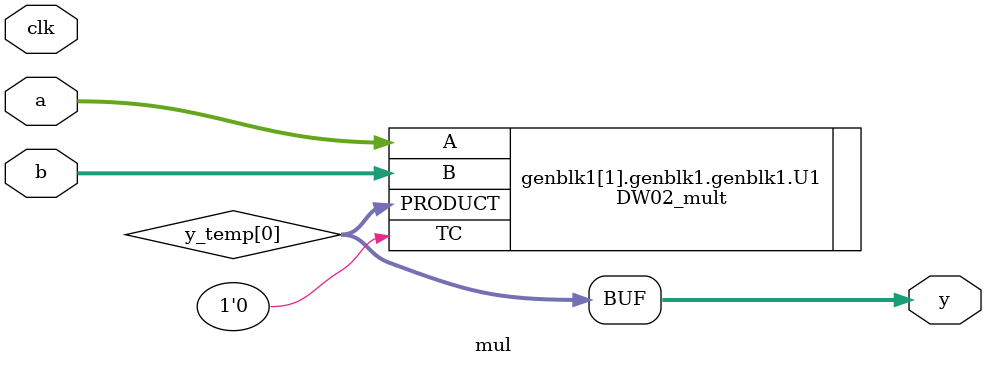
<source format=v>
module mul #(
  parameter STAGE  = 1,
  parameter SIZE1  = 4,
  parameter SIZE2  = 4
 ) (
  input clk,
  input  [SIZE1-1 :0] a,
  input  [SIZE2-1 :0] b,
  output [SIZE1+SIZE2-1 :0] y
);

wire [SIZE1+SIZE2-1:0] y_temp[0:STAGE-1];
wire [SIZE1+SIZE2-1:0] y_prod;
genvar i;
generate
for(i=1; i<7; i=i+1) begin
 if(STAGE==i) begin
 if(i==1) begin
    DW02_mult #(.A_width(SIZE1), .B_width(SIZE2))
    U1 (.A(a), .B(b), .TC(1'b0), . PRODUCT(y_temp[0]));
    //async_dff #(.SIZE(SIZE1+SIZE2)) u_product 
    //(.CLK(clk), .D(y_prod), .Q(y_temp[0]));
 end else if(i==2) begin
    DW02_mult_2_stage #(.A_width(SIZE1), .B_width(SIZE2))
    U1 (.CLK(clk), .A(a), .B(b), .TC(1'b0), . PRODUCT(y_temp[1]));
 end else if(i==3) begin
    DW02_mult_3_stage #(.A_width(SIZE1), .B_width(SIZE2))
    U1 (.CLK(clk), .A(a), .B(b), .TC(1'b0), . PRODUCT(y_temp[2]));
 end else if(i==4) begin
    DW02_mult_4_stage #(.A_width(SIZE1), .B_width(SIZE2))
    U1 (.CLK(clk), .A(a), .B(b), .TC(1'b0), . PRODUCT(y_temp[3]));
 end else if(i==5) begin
    DW02_mult_5_stage #(.A_width(SIZE1), .B_width(SIZE2))
    U1 (.CLK(clk), .A(a), .B(b), .TC(1'b0), . PRODUCT(y_temp[4]));
 end else if(i==6) begin
    DW02_mult_6_stage #(.A_width(SIZE1), .B_width(SIZE2))
    U1 (.CLK(clk), .A(a), .B(b), .TC(1'b0), . PRODUCT(y_temp[5]));
 end
 end
end
endgenerate

assign y = y_temp[STAGE-1];

endmodule


</source>
